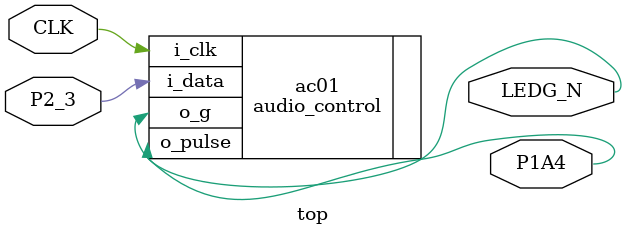
<source format=v>
module top
	(
		input CLK,
		input P2_3,
		output P1A4,
		output LEDG_N
	);

	// Module Instantiation
	audio_control ac01(
		.i_clk(CLK),
		.i_data(P2_3),
		.o_pulse(P1A4),
		.o_g(LEDG_N)
	);
endmodule

</source>
